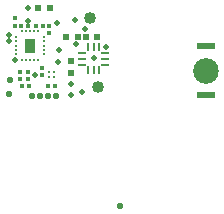
<source format=gbs>
%FSLAX24Y24*%
%MOIN*%
G70*
G01*
G75*
G04 Layer_Color=16711935*
%ADD10R,0.0197X0.0197*%
%ADD11O,0.0295X0.0118*%
%ADD12O,0.0118X0.0295*%
%ADD13R,0.1102X0.1102*%
%ADD14R,0.0945X0.0295*%
%ADD15R,0.0098X0.0217*%
%ADD16R,0.0118X0.0118*%
%ADD17R,0.0118X0.0118*%
%ADD18R,0.0472X0.0394*%
%ADD19R,0.0472X0.0394*%
%ADD20C,0.0060*%
%ADD21C,0.0100*%
%ADD22C,0.0080*%
%ADD23C,0.0200*%
%ADD24C,0.0090*%
%ADD25C,0.0853*%
%ADD26C,0.0400*%
%ADD27C,0.0200*%
%ADD28C,0.0220*%
%ADD29C,0.1014*%
%ADD30C,0.0490*%
%ADD31C,0.0300*%
%ADD32C,0.0320*%
%ADD33C,0.0318*%
%ADD34R,0.0197X0.0197*%
%ADD35R,0.0060X0.0079*%
%ADD36R,0.0079X0.0060*%
%ADD37R,0.0335X0.0512*%
%ADD38R,0.0591X0.0197*%
%ADD39C,0.0097*%
G04:AMPARAMS|DCode=40|XSize=7.9mil|YSize=23.6mil|CornerRadius=0mil|HoleSize=0mil|Usage=FLASHONLY|Rotation=270.000|XOffset=0mil|YOffset=0mil|HoleType=Round|Shape=Octagon|*
%AMOCTAGOND40*
4,1,8,0.0118,0.0020,0.0118,-0.0020,0.0098,-0.0039,-0.0098,-0.0039,-0.0118,-0.0020,-0.0118,0.0020,-0.0098,0.0039,0.0098,0.0039,0.0118,0.0020,0.0*
%
%ADD40OCTAGOND40*%

%ADD41O,0.0276X0.0079*%
G04:AMPARAMS|DCode=42|XSize=7.9mil|YSize=23.6mil|CornerRadius=0mil|HoleSize=0mil|Usage=FLASHONLY|Rotation=0.000|XOffset=0mil|YOffset=0mil|HoleType=Round|Shape=Octagon|*
%AMOCTAGOND42*
4,1,8,-0.0020,0.0118,0.0020,0.0118,0.0039,0.0098,0.0039,-0.0098,0.0020,-0.0118,-0.0020,-0.0118,-0.0039,-0.0098,-0.0039,0.0098,-0.0020,0.0118,0.0*
%
%ADD42OCTAGOND42*%

G04:AMPARAMS|DCode=43|XSize=7.9mil|YSize=27.6mil|CornerRadius=2mil|HoleSize=0mil|Usage=FLASHONLY|Rotation=0.000|XOffset=0mil|YOffset=0mil|HoleType=Round|Shape=RoundedRectangle|*
%AMROUNDEDRECTD43*
21,1,0.0079,0.0236,0,0,0.0*
21,1,0.0039,0.0276,0,0,0.0*
1,1,0.0039,0.0020,-0.0118*
1,1,0.0039,-0.0020,-0.0118*
1,1,0.0039,-0.0020,0.0118*
1,1,0.0039,0.0020,0.0118*
%
%ADD43ROUNDEDRECTD43*%
%ADD44O,0.0079X0.0276*%
D10*
X17530Y17083D02*
D03*
Y17477D02*
D03*
D16*
X16550Y17002D02*
D03*
Y17238D02*
D03*
X16810Y18638D02*
D03*
Y18402D02*
D03*
X15660Y18652D02*
D03*
Y18888D02*
D03*
X16100Y17118D02*
D03*
Y16882D02*
D03*
X15840Y17098D02*
D03*
Y16862D02*
D03*
D17*
X15892Y16640D02*
D03*
X16128D02*
D03*
X16762D02*
D03*
X16998D02*
D03*
X16608Y18640D02*
D03*
X16372D02*
D03*
X16106Y18650D02*
D03*
X15870D02*
D03*
D25*
X22020Y17150D02*
D03*
D26*
X18150Y18890D02*
D03*
X18440Y16610D02*
D03*
D27*
X17990Y18540D02*
D03*
X17650Y18830D02*
D03*
X18690Y17940D02*
D03*
X18280Y17570D02*
D03*
X17530Y16690D02*
D03*
X17070Y18740D02*
D03*
X16328Y17002D02*
D03*
X15460Y18350D02*
D03*
X17520Y16330D02*
D03*
X16100Y18810D02*
D03*
X17120Y17820D02*
D03*
X17090Y17420D02*
D03*
X16110Y19250D02*
D03*
X15660Y17500D02*
D03*
X15460Y18130D02*
D03*
X17890Y16450D02*
D03*
X17690Y18020D02*
D03*
D28*
X15450Y16360D02*
D03*
X15500Y16820D02*
D03*
X19160Y12650D02*
D03*
X16750Y16290D02*
D03*
X17040Y16300D02*
D03*
X16480D02*
D03*
X16230D02*
D03*
D34*
X16423Y19220D02*
D03*
X16817D02*
D03*
X17747Y18280D02*
D03*
X17353D02*
D03*
X18407Y18260D02*
D03*
X18013D02*
D03*
D35*
X16430Y17510D02*
D03*
X16292D02*
D03*
X16154D02*
D03*
X16017D02*
D03*
X15879D02*
D03*
Y18455D02*
D03*
X16017D02*
D03*
X16154D02*
D03*
X16292D02*
D03*
X16430D02*
D03*
D36*
X15682Y17707D02*
D03*
Y17845D02*
D03*
Y17982D02*
D03*
Y18120D02*
D03*
Y18258D02*
D03*
X16627D02*
D03*
Y18120D02*
D03*
Y17982D02*
D03*
Y17845D02*
D03*
Y17707D02*
D03*
D37*
X16154Y17982D02*
D03*
D38*
X22020Y17957D02*
D03*
Y16343D02*
D03*
D39*
X16960Y16930D02*
D03*
X16803D02*
D03*
X16960Y17087D02*
D03*
X16803D02*
D03*
D40*
X17890Y17350D02*
D03*
Y17744D02*
D03*
X18668D02*
D03*
Y17350D02*
D03*
D41*
X17890Y17547D02*
D03*
X18668D02*
D03*
D42*
X18082Y17936D02*
D03*
X18476D02*
D03*
Y17158D02*
D03*
X18082D02*
D03*
D43*
X18279Y17936D02*
D03*
D44*
Y17158D02*
D03*
M02*

</source>
